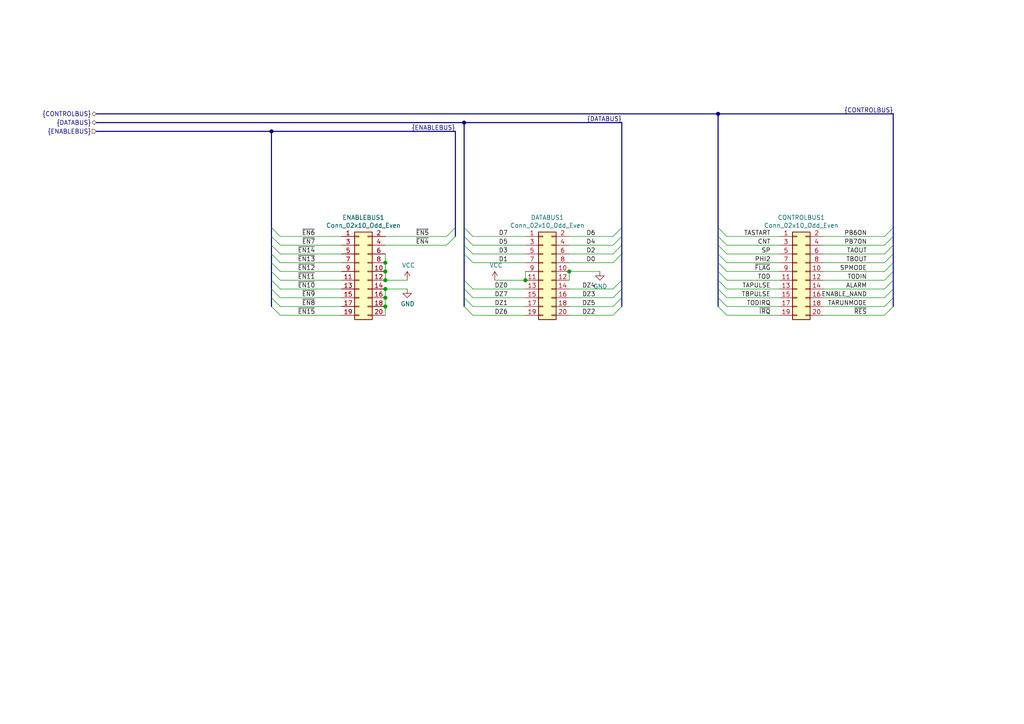
<source format=kicad_sch>
(kicad_sch (version 20201015) (generator eeschema)
  (paper "A4")
  (lib_symbols
    (symbol "Connector_Generic:Conn_02x10_Odd_Even" (pin_names (offset 1.016) hide)
      (property "Reference" "J" (at 1.27 12.7 0))
      (property "Value" "Conn_02x10_Odd_Even" (at 1.27 -15.24 0))
      (symbol "Conn_02x10_Odd_Even_1_1"
        (rectangle (start -1.27 -4.953) (end 0 -5.207) (stroke (width 0.1524)))
        (rectangle (start -1.27 -7.493) (end 0 -7.747) (stroke (width 0.1524)))
        (rectangle (start -1.27 -10.033) (end 0 -10.287) (stroke (width 0.1524)))
        (rectangle (start -1.27 -12.573) (end 0 -12.827) (stroke (width 0.1524)))
        (rectangle (start -1.27 -2.413) (end 0 -2.667) (stroke (width 0.1524)))
        (rectangle (start -1.27 2.667) (end 0 2.413) (stroke (width 0.1524)))
        (rectangle (start -1.27 5.207) (end 0 4.953) (stroke (width 0.1524)))
        (rectangle (start -1.27 7.747) (end 0 7.493) (stroke (width 0.1524)))
        (rectangle (start -1.27 10.287) (end 0 10.033) (stroke (width 0.1524)))
        (rectangle (start -1.27 11.43) (end 3.81 -13.97) (stroke (width 0.254)) (fill (type background)))
        (rectangle (start -1.27 0.127) (end 0 -0.127) (stroke (width 0.1524)))
        (rectangle (start 3.81 -4.953) (end 2.54 -5.207) (stroke (width 0.1524)))
        (rectangle (start 3.81 -7.493) (end 2.54 -7.747) (stroke (width 0.1524)))
        (rectangle (start 3.81 -10.033) (end 2.54 -10.287) (stroke (width 0.1524)))
        (rectangle (start 3.81 -12.573) (end 2.54 -12.827) (stroke (width 0.1524)))
        (rectangle (start 3.81 -2.413) (end 2.54 -2.667) (stroke (width 0.1524)))
        (rectangle (start 3.81 2.667) (end 2.54 2.413) (stroke (width 0.1524)))
        (rectangle (start 3.81 5.207) (end 2.54 4.953) (stroke (width 0.1524)))
        (rectangle (start 3.81 7.747) (end 2.54 7.493) (stroke (width 0.1524)))
        (rectangle (start 3.81 10.287) (end 2.54 10.033) (stroke (width 0.1524)))
        (rectangle (start 3.81 0.127) (end 2.54 -0.127) (stroke (width 0.1524)))
        (pin passive line (at -5.08 10.16 0) (length 3.81) (name "Pin_1") (number "1"))
        (pin passive line (at 7.62 0 180) (length 3.81) (name "Pin_10") (number "10"))
        (pin passive line (at -5.08 -2.54 0) (length 3.81) (name "Pin_11") (number "11"))
        (pin passive line (at 7.62 -2.54 180) (length 3.81) (name "Pin_12") (number "12"))
        (pin passive line (at -5.08 -5.08 0) (length 3.81) (name "Pin_13") (number "13"))
        (pin passive line (at 7.62 -5.08 180) (length 3.81) (name "Pin_14") (number "14"))
        (pin passive line (at -5.08 -7.62 0) (length 3.81) (name "Pin_15") (number "15"))
        (pin passive line (at 7.62 -7.62 180) (length 3.81) (name "Pin_16") (number "16"))
        (pin passive line (at -5.08 -10.16 0) (length 3.81) (name "Pin_17") (number "17"))
        (pin passive line (at 7.62 -10.16 180) (length 3.81) (name "Pin_18") (number "18"))
        (pin passive line (at -5.08 -12.7 0) (length 3.81) (name "Pin_19") (number "19"))
        (pin passive line (at 7.62 10.16 180) (length 3.81) (name "Pin_2") (number "2"))
        (pin passive line (at 7.62 -12.7 180) (length 3.81) (name "Pin_20") (number "20"))
        (pin passive line (at -5.08 7.62 0) (length 3.81) (name "Pin_3") (number "3"))
        (pin passive line (at 7.62 7.62 180) (length 3.81) (name "Pin_4") (number "4"))
        (pin passive line (at -5.08 5.08 0) (length 3.81) (name "Pin_5") (number "5"))
        (pin passive line (at 7.62 5.08 180) (length 3.81) (name "Pin_6") (number "6"))
        (pin passive line (at -5.08 2.54 0) (length 3.81) (name "Pin_7") (number "7"))
        (pin passive line (at 7.62 2.54 180) (length 3.81) (name "Pin_8") (number "8"))
        (pin passive line (at -5.08 0 0) (length 3.81) (name "Pin_9") (number "9"))
      )
    )
    (symbol "power:GND" (power) (pin_names (offset 0))
      (property "Value" "GND" (at 0 -3.81 0))
      (symbol "GND_0_1"
        (polyline (pts (xy 0 0) (xy 0 -1.27) (xy 1.27 -1.27) (xy 0 -2.54) (xy -1.27 -1.27) (xy 0 -1.27)))
      )
      (symbol "GND_1_1"
        (pin power_in line (at 0 0 270) (length 0) hide (name "GND") (number "1"))
      )
    )
    (symbol "power:VCC" (power) (pin_names (offset 0))
      (property "Value" "VCC" (at 0 3.81 0))
      (symbol "VCC_0_1"
        (polyline (pts (xy -0.762 1.27) (xy 0 2.54)))
        (polyline (pts (xy 0 0) (xy 0 2.54)))
        (polyline (pts (xy 0 2.54) (xy 0.762 1.27)))
      )
      (symbol "VCC_1_1"
        (pin power_in line (at 0 0 90) (length 0) hide (name "VCC") (number "1"))
      )
    )
  )
  (junction (at 111.76 76.2) (diameter 1.016))
  (junction (at 111.76 78.74) (diameter 1.016))
  (junction (at 111.76 81.28) (diameter 1.016))
  (junction (at 111.76 83.82) (diameter 1.016))
  (junction (at 111.76 86.36) (diameter 1.016))
  (junction (at 111.76 88.9) (diameter 1.016))
  (junction (at 152.4 81.28) (diameter 1.016))
  (junction (at 165.1 78.74) (diameter 1.016))
  (junction (at 78.74 38.1) (diameter 1.016))
  (junction (at 134.62 35.56) (diameter 1.016))
  (junction (at 208.28 33.02) (diameter 1.016))
  (bus_entry (at 78.74 66.04) (size 2.54 2.54) (stroke (width 0.1524)))
  (bus_entry (at 78.74 68.58) (size 2.54 2.54) (stroke (width 0.1524)))
  (bus_entry (at 78.74 71.12) (size 2.54 2.54) (stroke (width 0.1524)))
  (bus_entry (at 78.74 73.66) (size 2.54 2.54) (stroke (width 0.1524)))
  (bus_entry (at 78.74 76.2) (size 2.54 2.54) (stroke (width 0.1524)))
  (bus_entry (at 78.74 78.74) (size 2.54 2.54) (stroke (width 0.1524)))
  (bus_entry (at 78.74 81.28) (size 2.54 2.54) (stroke (width 0.1524)))
  (bus_entry (at 78.74 83.82) (size 2.54 2.54) (stroke (width 0.1524)))
  (bus_entry (at 78.74 86.36) (size 2.54 2.54) (stroke (width 0.1524)))
  (bus_entry (at 78.74 88.9) (size 2.54 2.54) (stroke (width 0.1524)))
  (bus_entry (at 132.08 66.04) (size -2.54 2.54) (stroke (width 0.1524)))
  (bus_entry (at 132.08 68.58) (size -2.54 2.54) (stroke (width 0.1524)))
  (bus_entry (at 134.62 66.04) (size 2.54 2.54) (stroke (width 0.1524)))
  (bus_entry (at 134.62 68.58) (size 2.54 2.54) (stroke (width 0.1524)))
  (bus_entry (at 134.62 71.12) (size 2.54 2.54) (stroke (width 0.1524)))
  (bus_entry (at 134.62 73.66) (size 2.54 2.54) (stroke (width 0.1524)))
  (bus_entry (at 134.62 81.28) (size 2.54 2.54) (stroke (width 0.1524)))
  (bus_entry (at 134.62 83.82) (size 2.54 2.54) (stroke (width 0.1524)))
  (bus_entry (at 134.62 86.36) (size 2.54 2.54) (stroke (width 0.1524)))
  (bus_entry (at 134.62 88.9) (size 2.54 2.54) (stroke (width 0.1524)))
  (bus_entry (at 180.34 66.04) (size -2.54 2.54) (stroke (width 0.1524)))
  (bus_entry (at 180.34 68.58) (size -2.54 2.54) (stroke (width 0.1524)))
  (bus_entry (at 180.34 71.12) (size -2.54 2.54) (stroke (width 0.1524)))
  (bus_entry (at 180.34 73.66) (size -2.54 2.54) (stroke (width 0.1524)))
  (bus_entry (at 180.34 81.28) (size -2.54 2.54) (stroke (width 0.1524)))
  (bus_entry (at 180.34 83.82) (size -2.54 2.54) (stroke (width 0.1524)))
  (bus_entry (at 180.34 86.36) (size -2.54 2.54) (stroke (width 0.1524)))
  (bus_entry (at 180.34 88.9) (size -2.54 2.54) (stroke (width 0.1524)))
  (bus_entry (at 208.28 66.04) (size 2.54 2.54) (stroke (width 0.1524)))
  (bus_entry (at 208.28 68.58) (size 2.54 2.54) (stroke (width 0.1524)))
  (bus_entry (at 208.28 71.12) (size 2.54 2.54) (stroke (width 0.1524)))
  (bus_entry (at 208.28 73.66) (size 2.54 2.54) (stroke (width 0.1524)))
  (bus_entry (at 208.28 76.2) (size 2.54 2.54) (stroke (width 0.1524)))
  (bus_entry (at 208.28 78.74) (size 2.54 2.54) (stroke (width 0.1524)))
  (bus_entry (at 208.28 81.28) (size 2.54 2.54) (stroke (width 0.1524)))
  (bus_entry (at 208.28 83.82) (size 2.54 2.54) (stroke (width 0.1524)))
  (bus_entry (at 208.28 86.36) (size 2.54 2.54) (stroke (width 0.1524)))
  (bus_entry (at 208.28 88.9) (size 2.54 2.54) (stroke (width 0.1524)))
  (bus_entry (at 259.08 66.04) (size -2.54 2.54) (stroke (width 0.1524)))
  (bus_entry (at 259.08 68.58) (size -2.54 2.54) (stroke (width 0.1524)))
  (bus_entry (at 259.08 71.12) (size -2.54 2.54) (stroke (width 0.1524)))
  (bus_entry (at 259.08 73.66) (size -2.54 2.54) (stroke (width 0.1524)))
  (bus_entry (at 259.08 76.2) (size -2.54 2.54) (stroke (width 0.1524)))
  (bus_entry (at 259.08 78.74) (size -2.54 2.54) (stroke (width 0.1524)))
  (bus_entry (at 259.08 81.28) (size -2.54 2.54) (stroke (width 0.1524)))
  (bus_entry (at 259.08 83.82) (size -2.54 2.54) (stroke (width 0.1524)))
  (bus_entry (at 259.08 86.36) (size -2.54 2.54) (stroke (width 0.1524)))
  (bus_entry (at 259.08 88.9) (size -2.54 2.54) (stroke (width 0.1524)))
  (wire (pts (xy 81.28 68.58) (xy 99.06 68.58)))
  (wire (pts (xy 81.28 71.12) (xy 99.06 71.12)))
  (wire (pts (xy 81.28 73.66) (xy 99.06 73.66)))
  (wire (pts (xy 81.28 76.2) (xy 99.06 76.2)))
  (wire (pts (xy 81.28 78.74) (xy 99.06 78.74)))
  (wire (pts (xy 81.28 81.28) (xy 99.06 81.28)))
  (wire (pts (xy 81.28 83.82) (xy 99.06 83.82)))
  (wire (pts (xy 81.28 86.36) (xy 99.06 86.36)))
  (wire (pts (xy 81.28 88.9) (xy 99.06 88.9)))
  (wire (pts (xy 81.28 91.44) (xy 99.06 91.44)))
  (wire (pts (xy 111.76 68.58) (xy 129.54 68.58)))
  (wire (pts (xy 111.76 71.12) (xy 129.54 71.12)))
  (wire (pts (xy 111.76 73.66) (xy 111.76 76.2)))
  (wire (pts (xy 111.76 76.2) (xy 111.76 78.74)))
  (wire (pts (xy 111.76 78.74) (xy 111.76 81.28)))
  (wire (pts (xy 111.76 81.28) (xy 118.11 81.28)))
  (wire (pts (xy 111.76 83.82) (xy 111.76 86.36)))
  (wire (pts (xy 111.76 83.82) (xy 118.11 83.82)))
  (wire (pts (xy 111.76 86.36) (xy 111.76 88.9)))
  (wire (pts (xy 111.76 88.9) (xy 111.76 91.44)))
  (wire (pts (xy 137.16 68.58) (xy 152.4 68.58)))
  (wire (pts (xy 137.16 71.12) (xy 152.4 71.12)))
  (wire (pts (xy 137.16 73.66) (xy 152.4 73.66)))
  (wire (pts (xy 137.16 76.2) (xy 152.4 76.2)))
  (wire (pts (xy 137.16 83.82) (xy 152.4 83.82)))
  (wire (pts (xy 137.16 86.36) (xy 152.4 86.36)))
  (wire (pts (xy 137.16 88.9) (xy 152.4 88.9)))
  (wire (pts (xy 137.16 91.44) (xy 152.4 91.44)))
  (wire (pts (xy 143.51 81.28) (xy 152.4 81.28)))
  (wire (pts (xy 152.4 78.74) (xy 152.4 81.28)))
  (wire (pts (xy 165.1 68.58) (xy 177.8 68.58)))
  (wire (pts (xy 165.1 71.12) (xy 177.8 71.12)))
  (wire (pts (xy 165.1 73.66) (xy 177.8 73.66)))
  (wire (pts (xy 165.1 76.2) (xy 177.8 76.2)))
  (wire (pts (xy 165.1 78.74) (xy 165.1 81.28)))
  (wire (pts (xy 165.1 78.74) (xy 173.99 78.74)))
  (wire (pts (xy 165.1 83.82) (xy 177.8 83.82)))
  (wire (pts (xy 165.1 86.36) (xy 177.8 86.36)))
  (wire (pts (xy 165.1 88.9) (xy 177.8 88.9)))
  (wire (pts (xy 165.1 91.44) (xy 177.8 91.44)))
  (wire (pts (xy 210.82 68.58) (xy 226.06 68.58)))
  (wire (pts (xy 210.82 71.12) (xy 226.06 71.12)))
  (wire (pts (xy 210.82 73.66) (xy 226.06 73.66)))
  (wire (pts (xy 210.82 76.2) (xy 226.06 76.2)))
  (wire (pts (xy 210.82 78.74) (xy 226.06 78.74)))
  (wire (pts (xy 210.82 81.28) (xy 226.06 81.28)))
  (wire (pts (xy 210.82 83.82) (xy 226.06 83.82)))
  (wire (pts (xy 210.82 86.36) (xy 226.06 86.36)))
  (wire (pts (xy 210.82 88.9) (xy 226.06 88.9)))
  (wire (pts (xy 210.82 91.44) (xy 226.06 91.44)))
  (wire (pts (xy 238.76 68.58) (xy 256.54 68.58)))
  (wire (pts (xy 238.76 71.12) (xy 256.54 71.12)))
  (wire (pts (xy 238.76 73.66) (xy 256.54 73.66)))
  (wire (pts (xy 238.76 76.2) (xy 256.54 76.2)))
  (wire (pts (xy 238.76 78.74) (xy 256.54 78.74)))
  (wire (pts (xy 238.76 81.28) (xy 256.54 81.28)))
  (wire (pts (xy 238.76 83.82) (xy 256.54 83.82)))
  (wire (pts (xy 238.76 86.36) (xy 256.54 86.36)))
  (wire (pts (xy 238.76 88.9) (xy 256.54 88.9)))
  (wire (pts (xy 238.76 91.44) (xy 256.54 91.44)))
  (bus (pts (xy 27.94 33.02) (xy 208.28 33.02)))
  (bus (pts (xy 27.94 35.56) (xy 134.62 35.56)))
  (bus (pts (xy 27.94 38.1) (xy 78.74 38.1)))
  (bus (pts (xy 78.74 38.1) (xy 78.74 66.04)))
  (bus (pts (xy 78.74 38.1) (xy 132.08 38.1)))
  (bus (pts (xy 78.74 66.04) (xy 78.74 68.58)))
  (bus (pts (xy 78.74 68.58) (xy 78.74 71.12)))
  (bus (pts (xy 78.74 71.12) (xy 78.74 73.66)))
  (bus (pts (xy 78.74 73.66) (xy 78.74 76.2)))
  (bus (pts (xy 78.74 76.2) (xy 78.74 78.74)))
  (bus (pts (xy 78.74 78.74) (xy 78.74 81.28)))
  (bus (pts (xy 78.74 81.28) (xy 78.74 83.82)))
  (bus (pts (xy 78.74 83.82) (xy 78.74 86.36)))
  (bus (pts (xy 78.74 86.36) (xy 78.74 88.9)))
  (bus (pts (xy 132.08 38.1) (xy 132.08 66.04)))
  (bus (pts (xy 132.08 66.04) (xy 132.08 68.58)))
  (bus (pts (xy 134.62 35.56) (xy 134.62 66.04)))
  (bus (pts (xy 134.62 35.56) (xy 180.34 35.56)))
  (bus (pts (xy 134.62 66.04) (xy 134.62 68.58)))
  (bus (pts (xy 134.62 68.58) (xy 134.62 71.12)))
  (bus (pts (xy 134.62 71.12) (xy 134.62 73.66)))
  (bus (pts (xy 134.62 73.66) (xy 134.62 81.28)))
  (bus (pts (xy 134.62 81.28) (xy 134.62 83.82)))
  (bus (pts (xy 134.62 83.82) (xy 134.62 86.36)))
  (bus (pts (xy 134.62 86.36) (xy 134.62 88.9)))
  (bus (pts (xy 180.34 35.56) (xy 180.34 66.04)))
  (bus (pts (xy 180.34 66.04) (xy 180.34 68.58)))
  (bus (pts (xy 180.34 68.58) (xy 180.34 71.12)))
  (bus (pts (xy 180.34 71.12) (xy 180.34 73.66)))
  (bus (pts (xy 180.34 73.66) (xy 180.34 81.28)))
  (bus (pts (xy 180.34 81.28) (xy 180.34 83.82)))
  (bus (pts (xy 180.34 83.82) (xy 180.34 86.36)))
  (bus (pts (xy 180.34 86.36) (xy 180.34 88.9)))
  (bus (pts (xy 208.28 33.02) (xy 208.28 66.04)))
  (bus (pts (xy 208.28 33.02) (xy 259.08 33.02)))
  (bus (pts (xy 208.28 66.04) (xy 208.28 68.58)))
  (bus (pts (xy 208.28 68.58) (xy 208.28 71.12)))
  (bus (pts (xy 208.28 71.12) (xy 208.28 73.66)))
  (bus (pts (xy 208.28 73.66) (xy 208.28 76.2)))
  (bus (pts (xy 208.28 76.2) (xy 208.28 78.74)))
  (bus (pts (xy 208.28 78.74) (xy 208.28 81.28)))
  (bus (pts (xy 208.28 81.28) (xy 208.28 83.82)))
  (bus (pts (xy 208.28 83.82) (xy 208.28 86.36)))
  (bus (pts (xy 208.28 86.36) (xy 208.28 88.9)))
  (bus (pts (xy 259.08 33.02) (xy 259.08 66.04)))
  (bus (pts (xy 259.08 66.04) (xy 259.08 68.58)))
  (bus (pts (xy 259.08 68.58) (xy 259.08 71.12)))
  (bus (pts (xy 259.08 71.12) (xy 259.08 73.66)))
  (bus (pts (xy 259.08 73.66) (xy 259.08 76.2)))
  (bus (pts (xy 259.08 76.2) (xy 259.08 78.74)))
  (bus (pts (xy 259.08 78.74) (xy 259.08 81.28)))
  (bus (pts (xy 259.08 81.28) (xy 259.08 83.82)))
  (bus (pts (xy 259.08 83.82) (xy 259.08 86.36)))
  (bus (pts (xy 259.08 86.36) (xy 259.08 88.9)))
  (label "~EN6" (at 91.44 68.58 180))
  (label "~EN7" (at 91.44 71.12 180))
  (label "~EN14" (at 91.44 73.66 180))
  (label "~EN13" (at 91.44 76.2 180))
  (label "~EN12" (at 91.44 78.74 180))
  (label "~EN11" (at 91.44 81.28 180))
  (label "~EN10" (at 91.44 83.82 180))
  (label "~EN9" (at 91.44 86.36 180))
  (label "~EN8" (at 91.44 88.9 180))
  (label "~EN15" (at 91.44 91.44 180))
  (label "~EN5" (at 124.46 68.58 180))
  (label "~EN4" (at 124.46 71.12 180))
  (label "{ENABLEBUS}" (at 132.08 38.1 180))
  (label "D7" (at 147.32 68.58 180))
  (label "D5" (at 147.32 71.12 180))
  (label "D3" (at 147.32 73.66 180))
  (label "D1" (at 147.32 76.2 180))
  (label "DZ0" (at 147.32 83.82 180))
  (label "DZ7" (at 147.32 86.36 180))
  (label "DZ1" (at 147.32 88.9 180))
  (label "DZ6" (at 147.32 91.44 180))
  (label "D6" (at 172.72 68.58 180))
  (label "D4" (at 172.72 71.12 180))
  (label "D2" (at 172.72 73.66 180))
  (label "D0" (at 172.72 76.2 180))
  (label "DZ4" (at 172.72 83.82 180))
  (label "DZ3" (at 172.72 86.36 180))
  (label "DZ5" (at 172.72 88.9 180))
  (label "DZ2" (at 172.72 91.44 180))
  (label "{DATABUS}" (at 180.34 35.56 180))
  (label "TASTART" (at 223.52 68.58 180))
  (label "CNT" (at 223.52 71.12 180))
  (label "SP" (at 223.52 73.66 180))
  (label "PHI2" (at 223.52 76.2 180))
  (label "~FLAG" (at 223.52 78.74 180))
  (label "TOD" (at 223.52 81.28 180))
  (label "TAPULSE" (at 223.52 83.82 180))
  (label "TBPULSE" (at 223.52 86.36 180))
  (label "TODIRQ" (at 223.52 88.9 180))
  (label "~IRQ" (at 223.52 91.44 180))
  (label "PB6ON" (at 251.46 68.58 180))
  (label "PB7ON" (at 251.46 71.12 180))
  (label "TAOUT" (at 251.46 73.66 180))
  (label "TBOUT" (at 251.46 76.2 180))
  (label "SPMODE" (at 251.46 78.74 180))
  (label "TODIN" (at 251.46 81.28 180))
  (label "ALARM" (at 251.46 83.82 180))
  (label "ENABLE_NAND" (at 251.46 86.36 180))
  (label "TARUNMODE" (at 251.46 88.9 180))
  (label "~RES" (at 251.46 91.44 180))
  (label "{CONTROLBUS}" (at 259.08 33.02 180))
  (hierarchical_label "{CONTROLBUS}" (shape bidirectional) (at 27.94 33.02 180))
  (hierarchical_label "{DATABUS}" (shape bidirectional) (at 27.94 35.56 180))
  (hierarchical_label "{ENABLEBUS}" (shape input) (at 27.94 38.1 180))
  (symbol (lib_id "power:VCC") (at 118.11 81.28 0) (unit 1)
    (property "Reference" "#PWR01" (effects hide))
    (property "Value" "VCC" (at 118.4783 76.9556 0))
  )
  (symbol (lib_id "power:VCC") (at 143.51 81.28 0) (unit 1)
    (property "Reference" "#PWR03" (effects hide))
    (property "Value" "VCC" (at 143.8783 76.9556 0))
  )
  (symbol (lib_id "power:GND") (at 118.11 83.82 0) (unit 1)
    (property "Reference" "#PWR02" (effects hide))
    (property "Value" "GND" (at 118.2243 88.1444 0))
  )
  (symbol (lib_id "power:GND") (at 173.99 78.74 0) (unit 1)
    (property "Reference" "#PWR04" (effects hide))
    (property "Value" "GND" (at 174.1043 83.0644 0))
  )
  (symbol (lib_id "Connector_Generic:Conn_02x10_Odd_Even") (at 104.14 78.74 0) (unit 1)
    (property "Reference" "ENABLEBUS1" (at 105.41 63.1 0))
    (property "Value" "Conn_02x10_Odd_Even" (at 105.41 65.3985 0))
    (property "Footprint" "Connector_PinHeader_2.54mm:PinHeader_2x10_P2.54mm_Vertical" (effects hide))
  )
  (symbol (lib_id "Connector_Generic:Conn_02x10_Odd_Even") (at 157.48 78.74 0) (unit 1)
    (property "Reference" "DATABUS1" (at 158.75 63.1 0))
    (property "Value" "Conn_02x10_Odd_Even" (at 158.75 65.3985 0))
    (property "Footprint" "Connector_PinHeader_2.54mm:PinHeader_2x10_P2.54mm_Vertical" (effects hide))
  )
  (symbol (lib_id "Connector_Generic:Conn_02x10_Odd_Even") (at 231.14 78.74 0) (unit 1)
    (property "Reference" "CONTROLBUS1" (at 232.41 63.1 0))
    (property "Value" "Conn_02x10_Odd_Even" (at 232.41 65.3985 0))
    (property "Footprint" "Connector_PinHeader_2.54mm:PinHeader_2x10_P2.54mm_Vertical" (effects hide))
  )
)
</source>
